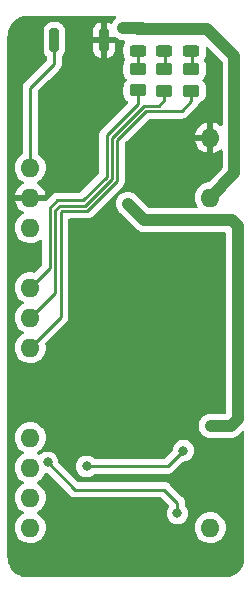
<source format=gbr>
%TF.GenerationSoftware,KiCad,Pcbnew,7.0.1*%
%TF.CreationDate,2023-03-18T17:30:27+01:00*%
%TF.ProjectId,gateway-nano-E01-ml01sp4,67617465-7761-4792-9d6e-616e6f2d4530,rev?*%
%TF.SameCoordinates,Original*%
%TF.FileFunction,Copper,L1,Top*%
%TF.FilePolarity,Positive*%
%FSLAX46Y46*%
G04 Gerber Fmt 4.6, Leading zero omitted, Abs format (unit mm)*
G04 Created by KiCad (PCBNEW 7.0.1) date 2023-03-18 17:30:27*
%MOMM*%
%LPD*%
G01*
G04 APERTURE LIST*
G04 Aperture macros list*
%AMRoundRect*
0 Rectangle with rounded corners*
0 $1 Rounding radius*
0 $2 $3 $4 $5 $6 $7 $8 $9 X,Y pos of 4 corners*
0 Add a 4 corners polygon primitive as box body*
4,1,4,$2,$3,$4,$5,$6,$7,$8,$9,$2,$3,0*
0 Add four circle primitives for the rounded corners*
1,1,$1+$1,$2,$3*
1,1,$1+$1,$4,$5*
1,1,$1+$1,$6,$7*
1,1,$1+$1,$8,$9*
0 Add four rect primitives between the rounded corners*
20,1,$1+$1,$2,$3,$4,$5,0*
20,1,$1+$1,$4,$5,$6,$7,0*
20,1,$1+$1,$6,$7,$8,$9,0*
20,1,$1+$1,$8,$9,$2,$3,0*%
G04 Aperture macros list end*
%TA.AperFunction,SMDPad,CuDef*%
%ADD10RoundRect,0.250000X0.450000X-0.262500X0.450000X0.262500X-0.450000X0.262500X-0.450000X-0.262500X0*%
%TD*%
%TA.AperFunction,SMDPad,CuDef*%
%ADD11RoundRect,0.200000X0.200000X0.800000X-0.200000X0.800000X-0.200000X-0.800000X0.200000X-0.800000X0*%
%TD*%
%TA.AperFunction,SMDPad,CuDef*%
%ADD12RoundRect,0.243750X0.456250X-0.243750X0.456250X0.243750X-0.456250X0.243750X-0.456250X-0.243750X0*%
%TD*%
%TA.AperFunction,ComponentPad*%
%ADD13O,1.600000X1.600000*%
%TD*%
%TA.AperFunction,ViaPad*%
%ADD14C,1.000000*%
%TD*%
%TA.AperFunction,ViaPad*%
%ADD15C,0.800000*%
%TD*%
%TA.AperFunction,Conductor*%
%ADD16C,0.250000*%
%TD*%
%TA.AperFunction,Conductor*%
%ADD17C,1.000000*%
%TD*%
G04 APERTURE END LIST*
D10*
%TO.P,R11,1*%
%TO.N,ledred*%
X128575636Y-84933211D03*
%TO.P,R11,2*%
%TO.N,Net-(D3-K)*%
X128575636Y-83108211D03*
%TD*%
D11*
%TO.P,SW1,1,1*%
%TO.N,GND*%
X121175636Y-80650000D03*
%TO.P,SW1,2,2*%
%TO.N,inclusion*%
X116975636Y-80650000D03*
%TD*%
D12*
%TO.P,D1,1,K*%
%TO.N,Net-(D1-K)*%
X124038048Y-81525743D03*
%TO.P,D1,2,A*%
%TO.N,+5V*%
X124038048Y-79650743D03*
%TD*%
%TO.P,D3,1,K*%
%TO.N,Net-(D3-K)*%
X128575636Y-81558211D03*
%TO.P,D3,2,A*%
%TO.N,+5V*%
X128575636Y-79683211D03*
%TD*%
D10*
%TO.P,R10,1*%
%TO.N,ledyellow*%
X126300000Y-84925000D03*
%TO.P,R10,2*%
%TO.N,Net-(D2-K)*%
X126300000Y-83100000D03*
%TD*%
%TO.P,R9,1*%
%TO.N,ledgreen*%
X124038048Y-84900743D03*
%TO.P,R9,2*%
%TO.N,Net-(D1-K)*%
X124038048Y-83075743D03*
%TD*%
D13*
%TO.P,A1,3,~{RESET}*%
%TO.N,inclusion*%
X114935000Y-91440000D03*
%TO.P,A1,4,GND*%
%TO.N,GND*%
X114935000Y-93980000D03*
%TO.P,A1,5,D2*%
%TO.N,irq*%
X114935000Y-96520000D03*
%TO.P,A1,7,D4*%
%TO.N,ledgreen*%
X114935000Y-101600000D03*
%TO.P,A1,8,D5*%
%TO.N,ledyellow*%
X114935000Y-104140000D03*
%TO.P,A1,9,D6*%
%TO.N,ledred*%
X114935000Y-106680000D03*
%TO.P,A1,12,D9*%
%TO.N,ce-nano*%
X114935000Y-114300000D03*
%TO.P,A1,13,D10*%
%TO.N,csn-nano*%
X114935000Y-116840000D03*
%TO.P,A1,14,D11*%
%TO.N,mosi-nano*%
X114935000Y-119380000D03*
%TO.P,A1,15,D12*%
%TO.N,miso*%
X114935000Y-121920000D03*
%TO.P,A1,16,D13*%
%TO.N,sck-nano*%
X130175000Y-121920000D03*
%TO.P,A1,27,+5V*%
%TO.N,+5V*%
X130175000Y-93980000D03*
%TO.P,A1,29,GND*%
%TO.N,GND*%
X130175000Y-88900000D03*
%TD*%
D12*
%TO.P,D2,1,K*%
%TO.N,Net-(D2-K)*%
X126300000Y-81537500D03*
%TO.P,D2,2,A*%
%TO.N,+5V*%
X126300000Y-79662500D03*
%TD*%
D14*
%TO.N,GND*%
X118800000Y-113975000D03*
X115325000Y-108950000D03*
X128800000Y-120800000D03*
X123400000Y-123000000D03*
X119900000Y-122100000D03*
X114900000Y-124700000D03*
X130200000Y-124700000D03*
X117300000Y-121000000D03*
D15*
%TO.N,csn-nano*%
X127400000Y-120700000D03*
X116400000Y-116400000D03*
%TO.N,ce-e01*%
X119700000Y-116724500D03*
X127900000Y-115400000D03*
D14*
%TO.N,+5V*%
X122800000Y-79600000D03*
%TO.N,+3.3VP*%
X130200000Y-113300000D03*
X123200000Y-94500000D03*
%TD*%
D16*
%TO.N,inclusion*%
X114935000Y-84665000D02*
X114935000Y-91440000D01*
X116975636Y-80175636D02*
X116975636Y-82624364D01*
X116975636Y-82624364D02*
X114935000Y-84665000D01*
%TO.N,ledgreen*%
X116600000Y-94827208D02*
X117227208Y-94200000D01*
X117227208Y-94200000D02*
X119400000Y-94200000D01*
X119400000Y-94200000D02*
X121400000Y-92200000D01*
X124038048Y-86061952D02*
X124038048Y-84900743D01*
X114935000Y-101600000D02*
X116600000Y-99935000D01*
X121400000Y-88700000D02*
X124038048Y-86061952D01*
X116600000Y-99935000D02*
X116600000Y-94827208D01*
X121400000Y-92200000D02*
X121400000Y-88700000D01*
%TO.N,ledyellow*%
X117413604Y-94650000D02*
X119586396Y-94650000D01*
X119586396Y-94650000D02*
X121850000Y-92386396D01*
X117050000Y-95013604D02*
X117413604Y-94650000D01*
X126300000Y-85700000D02*
X126300000Y-84925000D01*
X114935000Y-104140000D02*
X117050000Y-102025000D01*
X125800000Y-86200000D02*
X126300000Y-85700000D01*
X121850000Y-88886396D02*
X124536396Y-86200000D01*
X121850000Y-92386396D02*
X121850000Y-88886396D01*
X124536396Y-86200000D02*
X125800000Y-86200000D01*
X117050000Y-102025000D02*
X117050000Y-95013604D01*
%TO.N,ledred*%
X122300000Y-89072792D02*
X122300000Y-92572792D01*
X124722792Y-86650000D02*
X122300000Y-89072792D01*
X117500000Y-104115000D02*
X114935000Y-106680000D01*
X128575636Y-85824364D02*
X127750000Y-86650000D01*
X119772792Y-95100000D02*
X117600000Y-95100000D01*
X122300000Y-92572792D02*
X119772792Y-95100000D01*
X117600000Y-95100000D02*
X117500000Y-95200000D01*
X117500000Y-95200000D02*
X117500000Y-104115000D01*
X128575636Y-84933211D02*
X128575636Y-85824364D01*
X127750000Y-86650000D02*
X124722792Y-86650000D01*
%TO.N,csn-nano*%
X126300000Y-118700000D02*
X127400000Y-119800000D01*
X116400000Y-116400000D02*
X118700000Y-118700000D01*
X127400000Y-119800000D02*
X127400000Y-120700000D01*
X118700000Y-118700000D02*
X126300000Y-118700000D01*
%TO.N,ce-e01*%
X127900000Y-115400000D02*
X126575500Y-116724500D01*
X126575500Y-116724500D02*
X119700000Y-116724500D01*
D17*
%TO.N,+5V*%
X132225000Y-82025000D02*
X129862500Y-79662500D01*
X130175000Y-93980000D02*
X132225000Y-91930000D01*
X125300000Y-79662500D02*
X124025636Y-79662500D01*
X132225000Y-91930000D02*
X132225000Y-82025000D01*
X125300000Y-79662500D02*
X124049805Y-79662500D01*
X124038048Y-79650743D02*
X122850743Y-79650743D01*
X129862500Y-79662500D02*
X125300000Y-79662500D01*
X124049805Y-79662500D02*
X124038048Y-79650743D01*
X122850743Y-79650743D02*
X122800000Y-79600000D01*
%TO.N,+3.3VP*%
X132000000Y-95900000D02*
X132500000Y-96400000D01*
X131900000Y-113300000D02*
X130200000Y-113300000D01*
X132500000Y-96400000D02*
X132500000Y-112700000D01*
X124600000Y-95900000D02*
X132000000Y-95900000D01*
X123200000Y-94500000D02*
X124600000Y-95900000D01*
X132500000Y-112700000D02*
X131900000Y-113300000D01*
D16*
%TO.N,Net-(D1-K)*%
X124025636Y-81537500D02*
X124025636Y-83087500D01*
%TO.N,Net-(D2-K)*%
X126325636Y-81537500D02*
X126325636Y-83100000D01*
%TO.N,Net-(D3-K)*%
X128625636Y-81537500D02*
X128625636Y-83087500D01*
%TD*%
%TA.AperFunction,Conductor*%
%TO.N,GND*%
G36*
X122165288Y-78590878D02*
G01*
X122210657Y-78631998D01*
X122231285Y-78689650D01*
X122222301Y-78750218D01*
X122185825Y-78799399D01*
X122083434Y-78883428D01*
X122007892Y-78975477D01*
X121957405Y-79036996D01*
X121923998Y-79099497D01*
X121923997Y-79099498D01*
X121923995Y-79099500D01*
X121883731Y-79174828D01*
X121837250Y-79223587D01*
X121772293Y-79241431D01*
X121707426Y-79223260D01*
X121668342Y-79199633D01*
X121504191Y-79148481D01*
X121432862Y-79142000D01*
X121429636Y-79142000D01*
X121429636Y-80396000D01*
X122124049Y-80396000D01*
X122166497Y-80403366D01*
X122203983Y-80424601D01*
X122287738Y-80493338D01*
X122416592Y-80562211D01*
X122462939Y-80586984D01*
X122557990Y-80615817D01*
X122653041Y-80644651D01*
X122863093Y-80665340D01*
X122862722Y-80669105D01*
X122908680Y-80677437D01*
X122959944Y-80723760D01*
X122979073Y-80790152D01*
X122960314Y-80856649D01*
X122895386Y-80961914D01*
X122840074Y-81128835D01*
X122840074Y-81128839D01*
X122829671Y-81230670D01*
X122829548Y-81231872D01*
X122829548Y-81819613D01*
X122832865Y-81852081D01*
X122840074Y-81922647D01*
X122870955Y-82015839D01*
X122895388Y-82089575D01*
X122978509Y-82224335D01*
X122997268Y-82290481D01*
X122978509Y-82356627D01*
X122895934Y-82490501D01*
X122885174Y-82522973D01*
X122840161Y-82658817D01*
X122830542Y-82752974D01*
X122829548Y-82762702D01*
X122829548Y-83388783D01*
X122840160Y-83492668D01*
X122840161Y-83492669D01*
X122895933Y-83660981D01*
X122986587Y-83807953D01*
X122989020Y-83811898D01*
X123076270Y-83899148D01*
X123108882Y-83955632D01*
X123108882Y-84020854D01*
X123076270Y-84077338D01*
X122989020Y-84164587D01*
X122953216Y-84222635D01*
X122895933Y-84315505D01*
X122858014Y-84429940D01*
X122840161Y-84483817D01*
X122829548Y-84587702D01*
X122829548Y-85213783D01*
X122840161Y-85317669D01*
X122895933Y-85485981D01*
X122945598Y-85566500D01*
X122989020Y-85636898D01*
X123114392Y-85762270D01*
X123114394Y-85762271D01*
X123114396Y-85762273D01*
X123181281Y-85803528D01*
X123221401Y-85843069D01*
X123240282Y-85896141D01*
X123234150Y-85952137D01*
X123204229Y-85999864D01*
X121011336Y-88192757D01*
X120995016Y-88205833D01*
X120946370Y-88257635D01*
X120943620Y-88260473D01*
X120923868Y-88280226D01*
X120923864Y-88280230D01*
X120923865Y-88280230D01*
X120921379Y-88283433D01*
X120913687Y-88292439D01*
X120883413Y-88324678D01*
X120873652Y-88342434D01*
X120862801Y-88358952D01*
X120850385Y-88374959D01*
X120832824Y-88415539D01*
X120827604Y-88426195D01*
X120806304Y-88464940D01*
X120801267Y-88484559D01*
X120794864Y-88503261D01*
X120786818Y-88521855D01*
X120779901Y-88565524D01*
X120777495Y-88577144D01*
X120766500Y-88619970D01*
X120766500Y-88640224D01*
X120764949Y-88659934D01*
X120761779Y-88679942D01*
X120765941Y-88723961D01*
X120766500Y-88735819D01*
X120766500Y-91885406D01*
X120756909Y-91933624D01*
X120729595Y-91974501D01*
X119174500Y-93529595D01*
X119133623Y-93556909D01*
X119085405Y-93566500D01*
X117311061Y-93566500D01*
X117290272Y-93564204D01*
X117219222Y-93566438D01*
X117215263Y-93566500D01*
X117187347Y-93566500D01*
X117183331Y-93567007D01*
X117171512Y-93567937D01*
X117127319Y-93569326D01*
X117107866Y-93574978D01*
X117088512Y-93578986D01*
X117068413Y-93581525D01*
X117054298Y-93587113D01*
X117027299Y-93597802D01*
X117016082Y-93601643D01*
X116973615Y-93613982D01*
X116956172Y-93624297D01*
X116938425Y-93632990D01*
X116919592Y-93640446D01*
X116883819Y-93666437D01*
X116873901Y-93672951D01*
X116835847Y-93695457D01*
X116821520Y-93709783D01*
X116806491Y-93722618D01*
X116790102Y-93734525D01*
X116761914Y-93768598D01*
X116753926Y-93777375D01*
X116334206Y-94197095D01*
X116293329Y-94224409D01*
X116245111Y-94234000D01*
X113648918Y-94234000D01*
X113701186Y-94429070D01*
X113797912Y-94636498D01*
X113929189Y-94823981D01*
X114091018Y-94985810D01*
X114278501Y-95117087D01*
X114318049Y-95135529D01*
X114371066Y-95182024D01*
X114390799Y-95249724D01*
X114371066Y-95317424D01*
X114318049Y-95363919D01*
X114278250Y-95382477D01*
X114090696Y-95513804D01*
X113928804Y-95675696D01*
X113797477Y-95863249D01*
X113700715Y-96070756D01*
X113641457Y-96291912D01*
X113621502Y-96519999D01*
X113641457Y-96748087D01*
X113700715Y-96969243D01*
X113797477Y-97176750D01*
X113928804Y-97364303D01*
X114090696Y-97526195D01*
X114278249Y-97657522D01*
X114485756Y-97754284D01*
X114545014Y-97770162D01*
X114706913Y-97813543D01*
X114935000Y-97833498D01*
X115163087Y-97813543D01*
X115384243Y-97754284D01*
X115591749Y-97657523D01*
X115768229Y-97533949D01*
X115832259Y-97511433D01*
X115898680Y-97525400D01*
X115948219Y-97571798D01*
X115966500Y-97637163D01*
X115966500Y-99620405D01*
X115956909Y-99668623D01*
X115929595Y-99709501D01*
X115348245Y-100290848D01*
X115291761Y-100323459D01*
X115226540Y-100323459D01*
X115163087Y-100306457D01*
X114935000Y-100286502D01*
X114706912Y-100306457D01*
X114485756Y-100365715D01*
X114278249Y-100462477D01*
X114090696Y-100593804D01*
X113928804Y-100755696D01*
X113797477Y-100943249D01*
X113700715Y-101150756D01*
X113641457Y-101371912D01*
X113621502Y-101599999D01*
X113641457Y-101828087D01*
X113700715Y-102049243D01*
X113797477Y-102256750D01*
X113928804Y-102444303D01*
X114090696Y-102606195D01*
X114090699Y-102606197D01*
X114090700Y-102606198D01*
X114278251Y-102737523D01*
X114313359Y-102753894D01*
X114317457Y-102755805D01*
X114370474Y-102802300D01*
X114390207Y-102870000D01*
X114370474Y-102937700D01*
X114317457Y-102984195D01*
X114278250Y-103002477D01*
X114090696Y-103133804D01*
X113928804Y-103295696D01*
X113797477Y-103483249D01*
X113700715Y-103690756D01*
X113641457Y-103911912D01*
X113625785Y-104091039D01*
X113621502Y-104140000D01*
X113634809Y-104292095D01*
X113641457Y-104368087D01*
X113700715Y-104589243D01*
X113797477Y-104796750D01*
X113928804Y-104984303D01*
X114090696Y-105146195D01*
X114090699Y-105146197D01*
X114090700Y-105146198D01*
X114278251Y-105277523D01*
X114317457Y-105295805D01*
X114370473Y-105342298D01*
X114390207Y-105409997D01*
X114370475Y-105477697D01*
X114317459Y-105524193D01*
X114278251Y-105542476D01*
X114090696Y-105673804D01*
X113928804Y-105835696D01*
X113797477Y-106023249D01*
X113700715Y-106230756D01*
X113641457Y-106451912D01*
X113621502Y-106679999D01*
X113641457Y-106908087D01*
X113700715Y-107129243D01*
X113797477Y-107336750D01*
X113928804Y-107524303D01*
X114090696Y-107686195D01*
X114278249Y-107817522D01*
X114485756Y-107914284D01*
X114545014Y-107930162D01*
X114706913Y-107973543D01*
X114935000Y-107993498D01*
X115163087Y-107973543D01*
X115384243Y-107914284D01*
X115591749Y-107817523D01*
X115779300Y-107686198D01*
X115941198Y-107524300D01*
X116072523Y-107336749D01*
X116169284Y-107129243D01*
X116228543Y-106908087D01*
X116248498Y-106680000D01*
X116228543Y-106451913D01*
X116211540Y-106388457D01*
X116211540Y-106323235D01*
X116244150Y-106266753D01*
X117888659Y-104622244D01*
X117904980Y-104609169D01*
X117907014Y-104607001D01*
X117907018Y-104607000D01*
X117953660Y-104557329D01*
X117956351Y-104554552D01*
X117976135Y-104534770D01*
X117978621Y-104531564D01*
X117986310Y-104522561D01*
X118016586Y-104490321D01*
X118026342Y-104472571D01*
X118037195Y-104456050D01*
X118049614Y-104440041D01*
X118067175Y-104399454D01*
X118072388Y-104388813D01*
X118093695Y-104350060D01*
X118098733Y-104330434D01*
X118105137Y-104311732D01*
X118113181Y-104293144D01*
X118113853Y-104288905D01*
X118120096Y-104249481D01*
X118122504Y-104237853D01*
X118133500Y-104195029D01*
X118133500Y-104174776D01*
X118135051Y-104155066D01*
X118138220Y-104135057D01*
X118134059Y-104091039D01*
X118133500Y-104079181D01*
X118133500Y-95859500D01*
X118150381Y-95796500D01*
X118196500Y-95750381D01*
X118259500Y-95733500D01*
X119688939Y-95733500D01*
X119709727Y-95735795D01*
X119712699Y-95735701D01*
X119712701Y-95735702D01*
X119780777Y-95733562D01*
X119784737Y-95733500D01*
X119812644Y-95733500D01*
X119812648Y-95733500D01*
X119816657Y-95732993D01*
X119828491Y-95732061D01*
X119872681Y-95730673D01*
X119892130Y-95725021D01*
X119911490Y-95721012D01*
X119931589Y-95718474D01*
X119972707Y-95702193D01*
X119983909Y-95698357D01*
X120026385Y-95686018D01*
X120043831Y-95675699D01*
X120061572Y-95667009D01*
X120080409Y-95659552D01*
X120116184Y-95633558D01*
X120126095Y-95627048D01*
X120164154Y-95604542D01*
X120178483Y-95590212D01*
X120193511Y-95577377D01*
X120209899Y-95565472D01*
X120238095Y-95531386D01*
X120246064Y-95522630D01*
X122688659Y-93080036D01*
X122704980Y-93066961D01*
X122707014Y-93064793D01*
X122707018Y-93064792D01*
X122753660Y-93015121D01*
X122756351Y-93012344D01*
X122776135Y-92992562D01*
X122778621Y-92989356D01*
X122786310Y-92980353D01*
X122816586Y-92948113D01*
X122826342Y-92930363D01*
X122837195Y-92913842D01*
X122849614Y-92897833D01*
X122867175Y-92857246D01*
X122872388Y-92846605D01*
X122893695Y-92807852D01*
X122898733Y-92788226D01*
X122905137Y-92769524D01*
X122913181Y-92750937D01*
X122920096Y-92707273D01*
X122922504Y-92695645D01*
X122933500Y-92652821D01*
X122933500Y-92632568D01*
X122935051Y-92612858D01*
X122938220Y-92592849D01*
X122934059Y-92548831D01*
X122933500Y-92536973D01*
X122933500Y-89387386D01*
X122943091Y-89339168D01*
X122970405Y-89298291D01*
X123114696Y-89154000D01*
X128888918Y-89154000D01*
X128941186Y-89349070D01*
X129037912Y-89556498D01*
X129169189Y-89743981D01*
X129331018Y-89905810D01*
X129518501Y-90037087D01*
X129725929Y-90133813D01*
X129921000Y-90186082D01*
X129921000Y-89154000D01*
X128888918Y-89154000D01*
X123114696Y-89154000D01*
X123622696Y-88646000D01*
X128888917Y-88646000D01*
X129921000Y-88646000D01*
X129921000Y-87613917D01*
X129725929Y-87666186D01*
X129518501Y-87762912D01*
X129331018Y-87894189D01*
X129169189Y-88056018D01*
X129037912Y-88243501D01*
X128941186Y-88450929D01*
X128888917Y-88646000D01*
X123622696Y-88646000D01*
X124948291Y-87320405D01*
X124989168Y-87293091D01*
X125037386Y-87283500D01*
X127666147Y-87283500D01*
X127686935Y-87285795D01*
X127689907Y-87285701D01*
X127689909Y-87285702D01*
X127757985Y-87283562D01*
X127761945Y-87283500D01*
X127789852Y-87283500D01*
X127789856Y-87283500D01*
X127793865Y-87282993D01*
X127805699Y-87282061D01*
X127849889Y-87280673D01*
X127869338Y-87275021D01*
X127888698Y-87271012D01*
X127908797Y-87268474D01*
X127949915Y-87252193D01*
X127961117Y-87248357D01*
X128003593Y-87236018D01*
X128021039Y-87225699D01*
X128038780Y-87217009D01*
X128057617Y-87209552D01*
X128093392Y-87183558D01*
X128103303Y-87177048D01*
X128141362Y-87154542D01*
X128155691Y-87140212D01*
X128170719Y-87127377D01*
X128187107Y-87115472D01*
X128215303Y-87081386D01*
X128223272Y-87072630D01*
X128964294Y-86331608D01*
X128980615Y-86318534D01*
X128982650Y-86316366D01*
X128982654Y-86316364D01*
X129029312Y-86266676D01*
X129032003Y-86263899D01*
X129051771Y-86244133D01*
X129054247Y-86240940D01*
X129061952Y-86231917D01*
X129092222Y-86199685D01*
X129101981Y-86181931D01*
X129112834Y-86165409D01*
X129125250Y-86149404D01*
X129142810Y-86108823D01*
X129148024Y-86098179D01*
X129169331Y-86059424D01*
X129174368Y-86039803D01*
X129180774Y-86021094D01*
X129195140Y-85987898D01*
X129198106Y-85989181D01*
X129215546Y-85951200D01*
X129271964Y-85913144D01*
X129348374Y-85887826D01*
X129499288Y-85794741D01*
X129624666Y-85669363D01*
X129717751Y-85518449D01*
X129773523Y-85350137D01*
X129784136Y-85246256D01*
X129784135Y-84620167D01*
X129773523Y-84516285D01*
X129717751Y-84347973D01*
X129624666Y-84197059D01*
X129537411Y-84109804D01*
X129504801Y-84053322D01*
X129504801Y-83988100D01*
X129537411Y-83931617D01*
X129624666Y-83844363D01*
X129717751Y-83693449D01*
X129773523Y-83525137D01*
X129784136Y-83421256D01*
X129784135Y-82795167D01*
X129773523Y-82691285D01*
X129717751Y-82522973D01*
X129635173Y-82389094D01*
X129616415Y-82322949D01*
X129635173Y-82256804D01*
X129718297Y-82122040D01*
X129773610Y-81955115D01*
X129784136Y-81852086D01*
X129784135Y-81314558D01*
X129797868Y-81257356D01*
X129836074Y-81212623D01*
X129890424Y-81190110D01*
X129949071Y-81194726D01*
X129999229Y-81225463D01*
X130593378Y-81819613D01*
X131179595Y-82405830D01*
X131206909Y-82446707D01*
X131216500Y-82494925D01*
X131216500Y-87790450D01*
X131198219Y-87855815D01*
X131148680Y-87902213D01*
X131082259Y-87916180D01*
X131018229Y-87893663D01*
X130831498Y-87762912D01*
X130624070Y-87666186D01*
X130428999Y-87613917D01*
X130429000Y-87613918D01*
X130429000Y-90186082D01*
X130624070Y-90133813D01*
X130831498Y-90037087D01*
X131018229Y-89906337D01*
X131082259Y-89883820D01*
X131148680Y-89897787D01*
X131198219Y-89944185D01*
X131216500Y-90009550D01*
X131216500Y-91460076D01*
X131206909Y-91508294D01*
X131179597Y-91549168D01*
X130295507Y-92433258D01*
X130083883Y-92644882D01*
X130048039Y-92669980D01*
X130005771Y-92681306D01*
X129946917Y-92686455D01*
X129725757Y-92745715D01*
X129518249Y-92842477D01*
X129330696Y-92973804D01*
X129168804Y-93135696D01*
X129037477Y-93323249D01*
X128940715Y-93530756D01*
X128881457Y-93751912D01*
X128861502Y-93979999D01*
X128881457Y-94208087D01*
X128940715Y-94429243D01*
X129037477Y-94636749D01*
X129077025Y-94693229D01*
X129099542Y-94757259D01*
X129085575Y-94823680D01*
X129039178Y-94873219D01*
X128973812Y-94891500D01*
X125069924Y-94891500D01*
X125021706Y-94881909D01*
X124980829Y-94854595D01*
X123952532Y-93826298D01*
X123944227Y-93817135D01*
X123916569Y-93783433D01*
X123909187Y-93777375D01*
X123778262Y-93669927D01*
X123763003Y-93657404D01*
X123598219Y-93569326D01*
X123587804Y-93563759D01*
X123587803Y-93563758D01*
X123587802Y-93563758D01*
X123397701Y-93506090D01*
X123200000Y-93486619D01*
X123002298Y-93506090D01*
X122767996Y-93577165D01*
X122733934Y-93605590D01*
X122636993Y-93657406D01*
X122483431Y-93783431D01*
X122357406Y-93936993D01*
X122293632Y-94056305D01*
X122293633Y-94056305D01*
X122285718Y-94071114D01*
X122263758Y-94112198D01*
X122206090Y-94302298D01*
X122186619Y-94500000D01*
X122206090Y-94697699D01*
X122263400Y-94886619D01*
X122263406Y-94886639D01*
X122263759Y-94887805D01*
X122354412Y-95057405D01*
X122357405Y-95063004D01*
X122483432Y-95216568D01*
X122513904Y-95241576D01*
X122517135Y-95244227D01*
X122526298Y-95252532D01*
X123847461Y-96573695D01*
X123855766Y-96582857D01*
X123883431Y-96616568D01*
X123938641Y-96661877D01*
X124036996Y-96742595D01*
X124209458Y-96834777D01*
X124211868Y-96836141D01*
X124212195Y-96836240D01*
X124212196Y-96836241D01*
X124330458Y-96872116D01*
X124402298Y-96893909D01*
X124599998Y-96913380D01*
X124599999Y-96913379D01*
X124600000Y-96913380D01*
X124643387Y-96909106D01*
X124655737Y-96908500D01*
X131365500Y-96908500D01*
X131428500Y-96925381D01*
X131474619Y-96971500D01*
X131491500Y-97034500D01*
X131491500Y-112165500D01*
X131474619Y-112228500D01*
X131428500Y-112274619D01*
X131365500Y-112291500D01*
X130255735Y-112291500D01*
X130243384Y-112290893D01*
X130199998Y-112286619D01*
X130002298Y-112306091D01*
X129812197Y-112363758D01*
X129636992Y-112457406D01*
X129483431Y-112583431D01*
X129357406Y-112736992D01*
X129263758Y-112912197D01*
X129206091Y-113102298D01*
X129186619Y-113300000D01*
X129206091Y-113497701D01*
X129263758Y-113687802D01*
X129357406Y-113863007D01*
X129483431Y-114016568D01*
X129636992Y-114142593D01*
X129636996Y-114142595D01*
X129812196Y-114236241D01*
X129907247Y-114265074D01*
X130002298Y-114293908D01*
X130199998Y-114313380D01*
X130199999Y-114313379D01*
X130200000Y-114313380D01*
X130243384Y-114309106D01*
X130255735Y-114308500D01*
X131844263Y-114308500D01*
X131856612Y-114309106D01*
X131900000Y-114313380D01*
X131900000Y-114313379D01*
X131900001Y-114313380D01*
X132097701Y-114293909D01*
X132302440Y-114231801D01*
X132312754Y-114222904D01*
X132463004Y-114142595D01*
X132616568Y-114016568D01*
X132644235Y-113982854D01*
X132652519Y-113973713D01*
X132856906Y-113769327D01*
X132907064Y-113738591D01*
X132965711Y-113733975D01*
X133020061Y-113756488D01*
X133058267Y-113801221D01*
X133072000Y-113858424D01*
X133072000Y-124664161D01*
X133069118Y-124690955D01*
X133054351Y-124758810D01*
X133053751Y-124761434D01*
X133021576Y-124895433D01*
X133017111Y-124910054D01*
X132977519Y-125016186D01*
X132975874Y-125020368D01*
X132925935Y-125140924D01*
X132920112Y-125153092D01*
X132864438Y-125255043D01*
X132861284Y-125260491D01*
X132794570Y-125369353D01*
X132788005Y-125379028D01*
X132717627Y-125473036D01*
X132712572Y-125479355D01*
X132630363Y-125575608D01*
X132623646Y-125582874D01*
X132540329Y-125666188D01*
X132533065Y-125672902D01*
X132436844Y-125755082D01*
X132430523Y-125760139D01*
X132336430Y-125830576D01*
X132326756Y-125837140D01*
X132218089Y-125903732D01*
X132212640Y-125906887D01*
X132110449Y-125962688D01*
X132098282Y-125968509D01*
X131978210Y-126018246D01*
X131974026Y-126019893D01*
X131867364Y-126059678D01*
X131852746Y-126064141D01*
X131719750Y-126096074D01*
X131717121Y-126096675D01*
X131612556Y-126119426D01*
X131595658Y-126121918D01*
X131508872Y-126128750D01*
X131497947Y-126129611D01*
X131488059Y-126130000D01*
X114618369Y-126130000D01*
X114608479Y-126129611D01*
X114510365Y-126121886D01*
X114493471Y-126119395D01*
X114392072Y-126097336D01*
X114389437Y-126096734D01*
X114253162Y-126064012D01*
X114238548Y-126059550D01*
X114134243Y-126020646D01*
X114130055Y-126018998D01*
X114007499Y-125968230D01*
X113995335Y-125962410D01*
X113895186Y-125907725D01*
X113889734Y-125904569D01*
X113888368Y-125903732D01*
X113778893Y-125836643D01*
X113769226Y-125830083D01*
X113676992Y-125761040D01*
X113670668Y-125755980D01*
X113572460Y-125672101D01*
X113565198Y-125665389D01*
X113483632Y-125583828D01*
X113476921Y-125576568D01*
X113392829Y-125478108D01*
X113387776Y-125471793D01*
X113319058Y-125380003D01*
X113312493Y-125370328D01*
X113244023Y-125258600D01*
X113240869Y-125253153D01*
X113186750Y-125154051D01*
X113180927Y-125141882D01*
X113130591Y-125020368D01*
X113129344Y-125017358D01*
X113127736Y-125013270D01*
X113089569Y-124910957D01*
X113085114Y-124896369D01*
X113051423Y-124756057D01*
X113050844Y-124753525D01*
X113029645Y-124656110D01*
X113027158Y-124639240D01*
X113011914Y-124445649D01*
X113011895Y-124445402D01*
X113008232Y-124394233D01*
X113007910Y-124385237D01*
X113007910Y-121919999D01*
X113621502Y-121919999D01*
X113641457Y-122148087D01*
X113700715Y-122369243D01*
X113797477Y-122576750D01*
X113928804Y-122764303D01*
X114090696Y-122926195D01*
X114278249Y-123057522D01*
X114485756Y-123154284D01*
X114545014Y-123170162D01*
X114706913Y-123213543D01*
X114935000Y-123233498D01*
X115163087Y-123213543D01*
X115384243Y-123154284D01*
X115591749Y-123057523D01*
X115779300Y-122926198D01*
X115941198Y-122764300D01*
X116072523Y-122576749D01*
X116169284Y-122369243D01*
X116228543Y-122148087D01*
X116248498Y-121920000D01*
X116248498Y-121919999D01*
X128861502Y-121919999D01*
X128881457Y-122148087D01*
X128940715Y-122369243D01*
X129037477Y-122576750D01*
X129168804Y-122764303D01*
X129330696Y-122926195D01*
X129518249Y-123057522D01*
X129725756Y-123154284D01*
X129785014Y-123170162D01*
X129946913Y-123213543D01*
X130175000Y-123233498D01*
X130403087Y-123213543D01*
X130624243Y-123154284D01*
X130831749Y-123057523D01*
X131019300Y-122926198D01*
X131181198Y-122764300D01*
X131312523Y-122576749D01*
X131409284Y-122369243D01*
X131468543Y-122148087D01*
X131488498Y-121920000D01*
X131468543Y-121691913D01*
X131409284Y-121470757D01*
X131312523Y-121263251D01*
X131294101Y-121236942D01*
X131181195Y-121075696D01*
X131019303Y-120913804D01*
X130831750Y-120782477D01*
X130624243Y-120685715D01*
X130403087Y-120626457D01*
X130175000Y-120606502D01*
X129946912Y-120626457D01*
X129725756Y-120685715D01*
X129518249Y-120782477D01*
X129330696Y-120913804D01*
X129168804Y-121075696D01*
X129037477Y-121263249D01*
X128940715Y-121470756D01*
X128881457Y-121691912D01*
X128861502Y-121919999D01*
X116248498Y-121919999D01*
X116228543Y-121691913D01*
X116169284Y-121470757D01*
X116072523Y-121263251D01*
X116054101Y-121236942D01*
X115941195Y-121075696D01*
X115779303Y-120913804D01*
X115591748Y-120782476D01*
X115552543Y-120764195D01*
X115499525Y-120717700D01*
X115479792Y-120650000D01*
X115499525Y-120582300D01*
X115552543Y-120535805D01*
X115557163Y-120533650D01*
X115591749Y-120517523D01*
X115779300Y-120386198D01*
X115941198Y-120224300D01*
X116072523Y-120036749D01*
X116169284Y-119829243D01*
X116228543Y-119608087D01*
X116248498Y-119380000D01*
X116228543Y-119151913D01*
X116169284Y-118930757D01*
X116072523Y-118723251D01*
X115941198Y-118535700D01*
X115941197Y-118535699D01*
X115941195Y-118535696D01*
X115779303Y-118373804D01*
X115591748Y-118242476D01*
X115552543Y-118224195D01*
X115499525Y-118177700D01*
X115479792Y-118110000D01*
X115499525Y-118042300D01*
X115552543Y-117995805D01*
X115557163Y-117993650D01*
X115591749Y-117977523D01*
X115779300Y-117846198D01*
X115941198Y-117684300D01*
X116072523Y-117496749D01*
X116130953Y-117371444D01*
X116165283Y-117327239D01*
X116215375Y-117302264D01*
X116271341Y-117301449D01*
X116304513Y-117308500D01*
X116360406Y-117308500D01*
X116408624Y-117318091D01*
X116449501Y-117345405D01*
X118192751Y-119088655D01*
X118205834Y-119104985D01*
X118257665Y-119153656D01*
X118260477Y-119156381D01*
X118280230Y-119176134D01*
X118282183Y-119177649D01*
X118283424Y-119178612D01*
X118292444Y-119186316D01*
X118324679Y-119216586D01*
X118342435Y-119226347D01*
X118358951Y-119237196D01*
X118374959Y-119249613D01*
X118415525Y-119267167D01*
X118426188Y-119272391D01*
X118464935Y-119293693D01*
X118464937Y-119293693D01*
X118464940Y-119293695D01*
X118484574Y-119298736D01*
X118503259Y-119305134D01*
X118521855Y-119313181D01*
X118565530Y-119320098D01*
X118577125Y-119322498D01*
X118619970Y-119333500D01*
X118640224Y-119333500D01*
X118659934Y-119335051D01*
X118679942Y-119338220D01*
X118679942Y-119338219D01*
X118679943Y-119338220D01*
X118723961Y-119334058D01*
X118735819Y-119333500D01*
X125985405Y-119333500D01*
X126033623Y-119343091D01*
X126074501Y-119370405D01*
X126674104Y-119970009D01*
X126706127Y-120024373D01*
X126707779Y-120087447D01*
X126678645Y-120143413D01*
X126660960Y-120163054D01*
X126565472Y-120328443D01*
X126506458Y-120510070D01*
X126486496Y-120699999D01*
X126506458Y-120889929D01*
X126565472Y-121071556D01*
X126660958Y-121236942D01*
X126660960Y-121236944D01*
X126788747Y-121378866D01*
X126943248Y-121491118D01*
X127117712Y-121568794D01*
X127304513Y-121608500D01*
X127495485Y-121608500D01*
X127495487Y-121608500D01*
X127682288Y-121568794D01*
X127856752Y-121491118D01*
X128011253Y-121378866D01*
X128139040Y-121236944D01*
X128234527Y-121071556D01*
X128293542Y-120889928D01*
X128313504Y-120700000D01*
X128293542Y-120510072D01*
X128234527Y-120328444D01*
X128234527Y-120328443D01*
X128139041Y-120163057D01*
X128065864Y-120081786D01*
X128041869Y-120042629D01*
X128033500Y-119997475D01*
X128033500Y-119883853D01*
X128035795Y-119863063D01*
X128033562Y-119792001D01*
X128033500Y-119788043D01*
X128033500Y-119760149D01*
X128033500Y-119760144D01*
X128032993Y-119756138D01*
X128032062Y-119744305D01*
X128030674Y-119700111D01*
X128025020Y-119680652D01*
X128021013Y-119661306D01*
X128018474Y-119641203D01*
X128002194Y-119600086D01*
X127998353Y-119588866D01*
X127986017Y-119546405D01*
X127975706Y-119528970D01*
X127967008Y-119511215D01*
X127959552Y-119492383D01*
X127933565Y-119456616D01*
X127927047Y-119446693D01*
X127904542Y-119408638D01*
X127890212Y-119394308D01*
X127877378Y-119379281D01*
X127865472Y-119362893D01*
X127865471Y-119362892D01*
X127831394Y-119334700D01*
X127822616Y-119326712D01*
X126807244Y-118311339D01*
X126794171Y-118295021D01*
X126742348Y-118246356D01*
X126739536Y-118243631D01*
X126719770Y-118223865D01*
X126716575Y-118221386D01*
X126707553Y-118213681D01*
X126675320Y-118183413D01*
X126657567Y-118173653D01*
X126641041Y-118162797D01*
X126625041Y-118150386D01*
X126584466Y-118132828D01*
X126573804Y-118127604D01*
X126535063Y-118106305D01*
X126521313Y-118102775D01*
X126515437Y-118101266D01*
X126496731Y-118094862D01*
X126478145Y-118086819D01*
X126434475Y-118079902D01*
X126422853Y-118077495D01*
X126410347Y-118074284D01*
X126380030Y-118066500D01*
X126380029Y-118066500D01*
X126359776Y-118066500D01*
X126340066Y-118064949D01*
X126320057Y-118061779D01*
X126276039Y-118065941D01*
X126264181Y-118066500D01*
X119014595Y-118066500D01*
X118966377Y-118056909D01*
X118925500Y-118029595D01*
X117620404Y-116724499D01*
X118786496Y-116724499D01*
X118806458Y-116914429D01*
X118865472Y-117096056D01*
X118960958Y-117261442D01*
X118997714Y-117302264D01*
X119088747Y-117403366D01*
X119243248Y-117515618D01*
X119417712Y-117593294D01*
X119604513Y-117633000D01*
X119795485Y-117633000D01*
X119795487Y-117633000D01*
X119982288Y-117593294D01*
X120156752Y-117515618D01*
X120311253Y-117403366D01*
X120314564Y-117399688D01*
X120356952Y-117368893D01*
X120408200Y-117358000D01*
X126491647Y-117358000D01*
X126512435Y-117360295D01*
X126515407Y-117360201D01*
X126515409Y-117360202D01*
X126583485Y-117358062D01*
X126587445Y-117358000D01*
X126615352Y-117358000D01*
X126615356Y-117358000D01*
X126619365Y-117357493D01*
X126631199Y-117356561D01*
X126675389Y-117355173D01*
X126694838Y-117349521D01*
X126714198Y-117345512D01*
X126734297Y-117342974D01*
X126775415Y-117326693D01*
X126786617Y-117322857D01*
X126829093Y-117310518D01*
X126846539Y-117300199D01*
X126864280Y-117291509D01*
X126883117Y-117284052D01*
X126918892Y-117258058D01*
X126928803Y-117251548D01*
X126966862Y-117229042D01*
X126981191Y-117214712D01*
X126996219Y-117201877D01*
X127012607Y-117189972D01*
X127040798Y-117155893D01*
X127048768Y-117147134D01*
X127850500Y-116345404D01*
X127891378Y-116318091D01*
X127939596Y-116308500D01*
X127995485Y-116308500D01*
X127995487Y-116308500D01*
X128182288Y-116268794D01*
X128356752Y-116191118D01*
X128511253Y-116078866D01*
X128639040Y-115936944D01*
X128734527Y-115771556D01*
X128793542Y-115589928D01*
X128813504Y-115400000D01*
X128793542Y-115210072D01*
X128734527Y-115028444D01*
X128734527Y-115028443D01*
X128639041Y-114863057D01*
X128511252Y-114721133D01*
X128356753Y-114608883D01*
X128356752Y-114608882D01*
X128182288Y-114531206D01*
X127995487Y-114491500D01*
X127804513Y-114491500D01*
X127679979Y-114517970D01*
X127617711Y-114531206D01*
X127443246Y-114608883D01*
X127288747Y-114721133D01*
X127160958Y-114863057D01*
X127065472Y-115028443D01*
X127006458Y-115210070D01*
X126989093Y-115375290D01*
X126977509Y-115416364D01*
X126952879Y-115451214D01*
X126350000Y-116054095D01*
X126309122Y-116081409D01*
X126260904Y-116091000D01*
X120408200Y-116091000D01*
X120356952Y-116080107D01*
X120314565Y-116049312D01*
X120311253Y-116045633D01*
X120189929Y-115957486D01*
X120156752Y-115933382D01*
X119982288Y-115855706D01*
X119795487Y-115816000D01*
X119604513Y-115816000D01*
X119479978Y-115842470D01*
X119417711Y-115855706D01*
X119243246Y-115933383D01*
X119088747Y-116045633D01*
X118960958Y-116187557D01*
X118865472Y-116352943D01*
X118806458Y-116534570D01*
X118786496Y-116724499D01*
X117620404Y-116724499D01*
X117347121Y-116451216D01*
X117322490Y-116416365D01*
X117310907Y-116375296D01*
X117293542Y-116210072D01*
X117251737Y-116081409D01*
X117234527Y-116028443D01*
X117139041Y-115863057D01*
X117011252Y-115721133D01*
X116856753Y-115608883D01*
X116856752Y-115608882D01*
X116682288Y-115531206D01*
X116495487Y-115491500D01*
X116304513Y-115491500D01*
X116179979Y-115517970D01*
X116117711Y-115531206D01*
X115943246Y-115608883D01*
X115866200Y-115664860D01*
X115788747Y-115721134D01*
X115788745Y-115721135D01*
X115778034Y-115728918D01*
X115775981Y-115726092D01*
X115747161Y-115745454D01*
X115687509Y-115752077D01*
X115631560Y-115730352D01*
X115591751Y-115702477D01*
X115552543Y-115684195D01*
X115499525Y-115637700D01*
X115479792Y-115570000D01*
X115499525Y-115502300D01*
X115552543Y-115455805D01*
X115562388Y-115451214D01*
X115591749Y-115437523D01*
X115779300Y-115306198D01*
X115941198Y-115144300D01*
X116072523Y-114956749D01*
X116169284Y-114749243D01*
X116228543Y-114528087D01*
X116248498Y-114300000D01*
X116228543Y-114071913D01*
X116185162Y-113910015D01*
X116169284Y-113850756D01*
X116072522Y-113643249D01*
X115984817Y-113517995D01*
X115941198Y-113455700D01*
X115941197Y-113455699D01*
X115941195Y-113455696D01*
X115779303Y-113293804D01*
X115591750Y-113162477D01*
X115384243Y-113065715D01*
X115163087Y-113006457D01*
X114935000Y-112986502D01*
X114706912Y-113006457D01*
X114485756Y-113065715D01*
X114278249Y-113162477D01*
X114090696Y-113293804D01*
X113928804Y-113455696D01*
X113797477Y-113643249D01*
X113700715Y-113850756D01*
X113641457Y-114071912D01*
X113621502Y-114299999D01*
X113641457Y-114528087D01*
X113700715Y-114749243D01*
X113797477Y-114956750D01*
X113928804Y-115144303D01*
X114090696Y-115306195D01*
X114090699Y-115306197D01*
X114090700Y-115306198D01*
X114278251Y-115437523D01*
X114317457Y-115455805D01*
X114370473Y-115502298D01*
X114390207Y-115569997D01*
X114370475Y-115637697D01*
X114317459Y-115684193D01*
X114278251Y-115702476D01*
X114090696Y-115833804D01*
X113928804Y-115995696D01*
X113797477Y-116183249D01*
X113700715Y-116390756D01*
X113641457Y-116611912D01*
X113621502Y-116839999D01*
X113641457Y-117068087D01*
X113700715Y-117289243D01*
X113797477Y-117496750D01*
X113928804Y-117684303D01*
X114090696Y-117846195D01*
X114090699Y-117846197D01*
X114090700Y-117846198D01*
X114278251Y-117977523D01*
X114317457Y-117995805D01*
X114370473Y-118042298D01*
X114390207Y-118109997D01*
X114370475Y-118177697D01*
X114317459Y-118224193D01*
X114278251Y-118242476D01*
X114090696Y-118373804D01*
X113928804Y-118535696D01*
X113797477Y-118723249D01*
X113700715Y-118930756D01*
X113641457Y-119151912D01*
X113625434Y-119335051D01*
X113621502Y-119380000D01*
X113624008Y-119408639D01*
X113641457Y-119608087D01*
X113700715Y-119829243D01*
X113797477Y-120036750D01*
X113928804Y-120224303D01*
X114090696Y-120386195D01*
X114090699Y-120386197D01*
X114090700Y-120386198D01*
X114278251Y-120517523D01*
X114313359Y-120533894D01*
X114317457Y-120535805D01*
X114370474Y-120582300D01*
X114390207Y-120650000D01*
X114370474Y-120717700D01*
X114317457Y-120764195D01*
X114278250Y-120782477D01*
X114090696Y-120913804D01*
X113928804Y-121075696D01*
X113797477Y-121263249D01*
X113700715Y-121470756D01*
X113641457Y-121691912D01*
X113621502Y-121919999D01*
X113007910Y-121919999D01*
X113007910Y-91440000D01*
X113621502Y-91440000D01*
X113631053Y-91549172D01*
X113641457Y-91668087D01*
X113700715Y-91889243D01*
X113797477Y-92096750D01*
X113928804Y-92284303D01*
X114090696Y-92446195D01*
X114090699Y-92446197D01*
X114090700Y-92446198D01*
X114278251Y-92577523D01*
X114318049Y-92596081D01*
X114371065Y-92642573D01*
X114390799Y-92710273D01*
X114371067Y-92777973D01*
X114318051Y-92824469D01*
X114278502Y-92842911D01*
X114091018Y-92974189D01*
X113929189Y-93136018D01*
X113797912Y-93323501D01*
X113701186Y-93530929D01*
X113648917Y-93726000D01*
X116221082Y-93726000D01*
X116168813Y-93530929D01*
X116072087Y-93323501D01*
X115940810Y-93136018D01*
X115778981Y-92974189D01*
X115591497Y-92842911D01*
X115551951Y-92824471D01*
X115498933Y-92777976D01*
X115479200Y-92710276D01*
X115498933Y-92642576D01*
X115551951Y-92596081D01*
X115558882Y-92592849D01*
X115591749Y-92577523D01*
X115779300Y-92446198D01*
X115941198Y-92284300D01*
X116072523Y-92096749D01*
X116169284Y-91889243D01*
X116228543Y-91668087D01*
X116248498Y-91440000D01*
X116228543Y-91211913D01*
X116169284Y-90990757D01*
X116072523Y-90783251D01*
X115941198Y-90595700D01*
X115941197Y-90595699D01*
X115941195Y-90595696D01*
X115779303Y-90433804D01*
X115757158Y-90418297D01*
X115622227Y-90323818D01*
X115582737Y-90278787D01*
X115568500Y-90220607D01*
X115568500Y-84979594D01*
X115578091Y-84931376D01*
X115605405Y-84890499D01*
X116483404Y-84012500D01*
X117364295Y-83131608D01*
X117380616Y-83118533D01*
X117382650Y-83116365D01*
X117382654Y-83116364D01*
X117429297Y-83066692D01*
X117431988Y-83063915D01*
X117451771Y-83044134D01*
X117454257Y-83040928D01*
X117461946Y-83031925D01*
X117492222Y-82999685D01*
X117501978Y-82981935D01*
X117512831Y-82965414D01*
X117525250Y-82949405D01*
X117542811Y-82908818D01*
X117548024Y-82898177D01*
X117569331Y-82859424D01*
X117574369Y-82839798D01*
X117580773Y-82821096D01*
X117588817Y-82802508D01*
X117595732Y-82758846D01*
X117598140Y-82747217D01*
X117609136Y-82704393D01*
X117609136Y-82684140D01*
X117610687Y-82664430D01*
X117613856Y-82644421D01*
X117609695Y-82600403D01*
X117609136Y-82588545D01*
X117609136Y-82070662D01*
X117618727Y-82022444D01*
X117646041Y-81981567D01*
X117737450Y-81890157D01*
X117737449Y-81890157D01*
X117737452Y-81890155D01*
X117826463Y-81742913D01*
X117877649Y-81578649D01*
X117884136Y-81507265D01*
X117884135Y-80904000D01*
X120267637Y-80904000D01*
X120267637Y-81507225D01*
X120274117Y-81578556D01*
X120325269Y-81742706D01*
X120414218Y-81889846D01*
X120535789Y-82011417D01*
X120682929Y-82100366D01*
X120847080Y-82151518D01*
X120918410Y-82158000D01*
X120921636Y-82158000D01*
X120921636Y-80904000D01*
X121429636Y-80904000D01*
X121429636Y-82157999D01*
X121432861Y-82157999D01*
X121504192Y-82151518D01*
X121668342Y-82100366D01*
X121815482Y-82011417D01*
X121937053Y-81889846D01*
X122026002Y-81742706D01*
X122077154Y-81578555D01*
X122083636Y-81507226D01*
X122083636Y-80904000D01*
X121429636Y-80904000D01*
X120921636Y-80904000D01*
X120267637Y-80904000D01*
X117884135Y-80904000D01*
X117884135Y-80396000D01*
X120267636Y-80396000D01*
X120921636Y-80396000D01*
X120921636Y-79142001D01*
X120918411Y-79142001D01*
X120847079Y-79148481D01*
X120682929Y-79199633D01*
X120535789Y-79288582D01*
X120414218Y-79410153D01*
X120325269Y-79557293D01*
X120274117Y-79721444D01*
X120267636Y-79792774D01*
X120267636Y-80396000D01*
X117884135Y-80396000D01*
X117884135Y-79792736D01*
X117877649Y-79721351D01*
X117826463Y-79557087D01*
X117737452Y-79409845D01*
X117737451Y-79409844D01*
X117737450Y-79409842D01*
X117615793Y-79288185D01*
X117577958Y-79265313D01*
X117468549Y-79199173D01*
X117417361Y-79183222D01*
X117304284Y-79147986D01*
X117238403Y-79142000D01*
X117232900Y-79141500D01*
X116718371Y-79141500D01*
X116646987Y-79147986D01*
X116482723Y-79199173D01*
X116335478Y-79288185D01*
X116213821Y-79409842D01*
X116124809Y-79557087D01*
X116073622Y-79721351D01*
X116067136Y-79792735D01*
X116067136Y-81507264D01*
X116073622Y-81578647D01*
X116073623Y-81578649D01*
X116124809Y-81742913D01*
X116171176Y-81819613D01*
X116213821Y-81890157D01*
X116305231Y-81981567D01*
X116332545Y-82022444D01*
X116342136Y-82070662D01*
X116342136Y-82309769D01*
X116332545Y-82357987D01*
X116305231Y-82398865D01*
X114546333Y-84157760D01*
X114530016Y-84170832D01*
X114481370Y-84222635D01*
X114478620Y-84225473D01*
X114458868Y-84245226D01*
X114458864Y-84245230D01*
X114458865Y-84245230D01*
X114456379Y-84248433D01*
X114448687Y-84257439D01*
X114418413Y-84289678D01*
X114408652Y-84307434D01*
X114397801Y-84323952D01*
X114385385Y-84339959D01*
X114367824Y-84380539D01*
X114362604Y-84391195D01*
X114341304Y-84429940D01*
X114336267Y-84449559D01*
X114329864Y-84468261D01*
X114321818Y-84486855D01*
X114314901Y-84530524D01*
X114312495Y-84542144D01*
X114301500Y-84584970D01*
X114301500Y-84605224D01*
X114299949Y-84624934D01*
X114296779Y-84644942D01*
X114300941Y-84688961D01*
X114301500Y-84700819D01*
X114301500Y-90220607D01*
X114287263Y-90278787D01*
X114247772Y-90323818D01*
X114179659Y-90371511D01*
X114090696Y-90433804D01*
X113928804Y-90595696D01*
X113797477Y-90783249D01*
X113700715Y-90990756D01*
X113641457Y-91211912D01*
X113641457Y-91211913D01*
X113621502Y-91440000D01*
X113007910Y-91440000D01*
X113007910Y-80304500D01*
X113008231Y-80295513D01*
X113008670Y-80289364D01*
X113012907Y-80230130D01*
X113012931Y-80229808D01*
X113027087Y-80049862D01*
X113029573Y-80032998D01*
X113051777Y-79930928D01*
X113052340Y-79928466D01*
X113084925Y-79792739D01*
X113089382Y-79778139D01*
X113128540Y-79673154D01*
X113130144Y-79669076D01*
X113180654Y-79547135D01*
X113186451Y-79535019D01*
X113241533Y-79434144D01*
X113244647Y-79428764D01*
X113312136Y-79318634D01*
X113318665Y-79309012D01*
X113388320Y-79215964D01*
X113393349Y-79209680D01*
X113402323Y-79199173D01*
X113476495Y-79112329D01*
X113483168Y-79105109D01*
X113565608Y-79022669D01*
X113572843Y-79015983D01*
X113670206Y-78932827D01*
X113676474Y-78927812D01*
X113769521Y-78858159D01*
X113779157Y-78851621D01*
X113889248Y-78784157D01*
X113894619Y-78781047D01*
X113995523Y-78725950D01*
X114007662Y-78720142D01*
X114129625Y-78669624D01*
X114133622Y-78668051D01*
X114238658Y-78628875D01*
X114253230Y-78624426D01*
X114388982Y-78591836D01*
X114391401Y-78591283D01*
X114433779Y-78582065D01*
X114448428Y-78578879D01*
X114475208Y-78576000D01*
X122105892Y-78576000D01*
X122165288Y-78590878D01*
G37*
%TD.AperFunction*%
%TD*%
M02*

</source>
